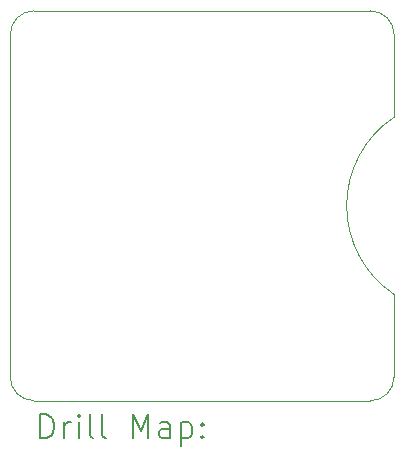
<source format=gbr>
%TF.GenerationSoftware,KiCad,Pcbnew,7.0.6*%
%TF.CreationDate,2024-09-25T21:49:43-07:00*%
%TF.ProjectId,magnetic-encoder,6d61676e-6574-4696-932d-656e636f6465,0.1*%
%TF.SameCoordinates,Original*%
%TF.FileFunction,Drillmap*%
%TF.FilePolarity,Positive*%
%FSLAX45Y45*%
G04 Gerber Fmt 4.5, Leading zero omitted, Abs format (unit mm)*
G04 Created by KiCad (PCBNEW 7.0.6) date 2024-09-25 21:49:43*
%MOMM*%
%LPD*%
G01*
G04 APERTURE LIST*
%ADD10C,0.100000*%
%ADD11C,0.200000*%
G04 APERTURE END LIST*
D10*
X8936000Y-11224500D02*
X6086000Y-11224500D01*
X9136000Y-10324500D02*
X9136000Y-11024500D01*
X9136000Y-8124500D02*
X9136000Y-8824500D01*
X6086000Y-7924500D02*
X8936000Y-7924500D01*
X5886000Y-11024500D02*
X5886000Y-8124500D01*
X9136000Y-8124500D02*
G75*
G03*
X8936000Y-7924500I-200000J0D01*
G01*
X8936000Y-11224500D02*
G75*
G03*
X9136000Y-11024500I0J200000D01*
G01*
X5886000Y-11024500D02*
G75*
G03*
X6086000Y-11224500I200000J0D01*
G01*
X6086000Y-7924500D02*
G75*
G03*
X5886000Y-8124500I0J-200000D01*
G01*
X9136000Y-8824500D02*
G75*
G03*
X9136000Y-10324500I500000J-750000D01*
G01*
D11*
X6141777Y-11540984D02*
X6141777Y-11340984D01*
X6141777Y-11340984D02*
X6189396Y-11340984D01*
X6189396Y-11340984D02*
X6217967Y-11350508D01*
X6217967Y-11350508D02*
X6237015Y-11369555D01*
X6237015Y-11369555D02*
X6246539Y-11388603D01*
X6246539Y-11388603D02*
X6256062Y-11426698D01*
X6256062Y-11426698D02*
X6256062Y-11455269D01*
X6256062Y-11455269D02*
X6246539Y-11493365D01*
X6246539Y-11493365D02*
X6237015Y-11512412D01*
X6237015Y-11512412D02*
X6217967Y-11531460D01*
X6217967Y-11531460D02*
X6189396Y-11540984D01*
X6189396Y-11540984D02*
X6141777Y-11540984D01*
X6341777Y-11540984D02*
X6341777Y-11407650D01*
X6341777Y-11445746D02*
X6351301Y-11426698D01*
X6351301Y-11426698D02*
X6360824Y-11417174D01*
X6360824Y-11417174D02*
X6379872Y-11407650D01*
X6379872Y-11407650D02*
X6398920Y-11407650D01*
X6465586Y-11540984D02*
X6465586Y-11407650D01*
X6465586Y-11340984D02*
X6456062Y-11350508D01*
X6456062Y-11350508D02*
X6465586Y-11360031D01*
X6465586Y-11360031D02*
X6475110Y-11350508D01*
X6475110Y-11350508D02*
X6465586Y-11340984D01*
X6465586Y-11340984D02*
X6465586Y-11360031D01*
X6589396Y-11540984D02*
X6570348Y-11531460D01*
X6570348Y-11531460D02*
X6560824Y-11512412D01*
X6560824Y-11512412D02*
X6560824Y-11340984D01*
X6694158Y-11540984D02*
X6675110Y-11531460D01*
X6675110Y-11531460D02*
X6665586Y-11512412D01*
X6665586Y-11512412D02*
X6665586Y-11340984D01*
X6922729Y-11540984D02*
X6922729Y-11340984D01*
X6922729Y-11340984D02*
X6989396Y-11483841D01*
X6989396Y-11483841D02*
X7056062Y-11340984D01*
X7056062Y-11340984D02*
X7056062Y-11540984D01*
X7237015Y-11540984D02*
X7237015Y-11436222D01*
X7237015Y-11436222D02*
X7227491Y-11417174D01*
X7227491Y-11417174D02*
X7208443Y-11407650D01*
X7208443Y-11407650D02*
X7170348Y-11407650D01*
X7170348Y-11407650D02*
X7151301Y-11417174D01*
X7237015Y-11531460D02*
X7217967Y-11540984D01*
X7217967Y-11540984D02*
X7170348Y-11540984D01*
X7170348Y-11540984D02*
X7151301Y-11531460D01*
X7151301Y-11531460D02*
X7141777Y-11512412D01*
X7141777Y-11512412D02*
X7141777Y-11493365D01*
X7141777Y-11493365D02*
X7151301Y-11474317D01*
X7151301Y-11474317D02*
X7170348Y-11464793D01*
X7170348Y-11464793D02*
X7217967Y-11464793D01*
X7217967Y-11464793D02*
X7237015Y-11455269D01*
X7332253Y-11407650D02*
X7332253Y-11607650D01*
X7332253Y-11417174D02*
X7351301Y-11407650D01*
X7351301Y-11407650D02*
X7389396Y-11407650D01*
X7389396Y-11407650D02*
X7408443Y-11417174D01*
X7408443Y-11417174D02*
X7417967Y-11426698D01*
X7417967Y-11426698D02*
X7427491Y-11445746D01*
X7427491Y-11445746D02*
X7427491Y-11502888D01*
X7427491Y-11502888D02*
X7417967Y-11521936D01*
X7417967Y-11521936D02*
X7408443Y-11531460D01*
X7408443Y-11531460D02*
X7389396Y-11540984D01*
X7389396Y-11540984D02*
X7351301Y-11540984D01*
X7351301Y-11540984D02*
X7332253Y-11531460D01*
X7513205Y-11521936D02*
X7522729Y-11531460D01*
X7522729Y-11531460D02*
X7513205Y-11540984D01*
X7513205Y-11540984D02*
X7503682Y-11531460D01*
X7503682Y-11531460D02*
X7513205Y-11521936D01*
X7513205Y-11521936D02*
X7513205Y-11540984D01*
X7513205Y-11417174D02*
X7522729Y-11426698D01*
X7522729Y-11426698D02*
X7513205Y-11436222D01*
X7513205Y-11436222D02*
X7503682Y-11426698D01*
X7503682Y-11426698D02*
X7513205Y-11417174D01*
X7513205Y-11417174D02*
X7513205Y-11436222D01*
M02*

</source>
